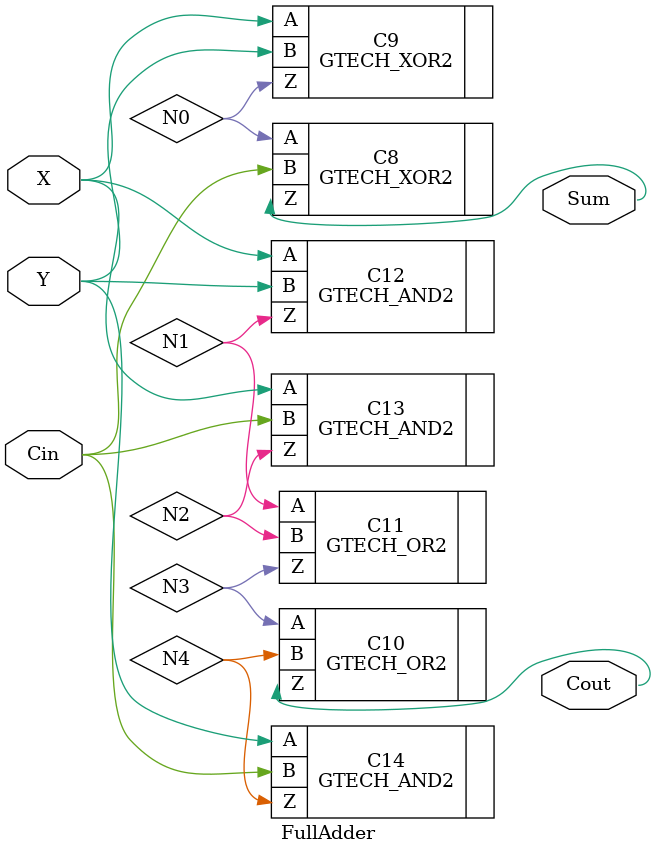
<source format=v>

module FullAdder ( X, Y, Cin, Cout, Sum );
  input X, Y, Cin;
  output Cout, Sum;
  wire   N0, N1, N2, N3, N4;

  GTECH_XOR2 C8 ( .A(N0), .B(Cin), .Z(Sum) );
  GTECH_XOR2 C9 ( .A(X), .B(Y), .Z(N0) );
  GTECH_OR2 C10 ( .A(N3), .B(N4), .Z(Cout) );
  GTECH_OR2 C11 ( .A(N1), .B(N2), .Z(N3) );
  GTECH_AND2 C12 ( .A(X), .B(Y), .Z(N1) );
  GTECH_AND2 C13 ( .A(X), .B(Cin), .Z(N2) );
  GTECH_AND2 C14 ( .A(Y), .B(Cin), .Z(N4) );
endmodule


</source>
